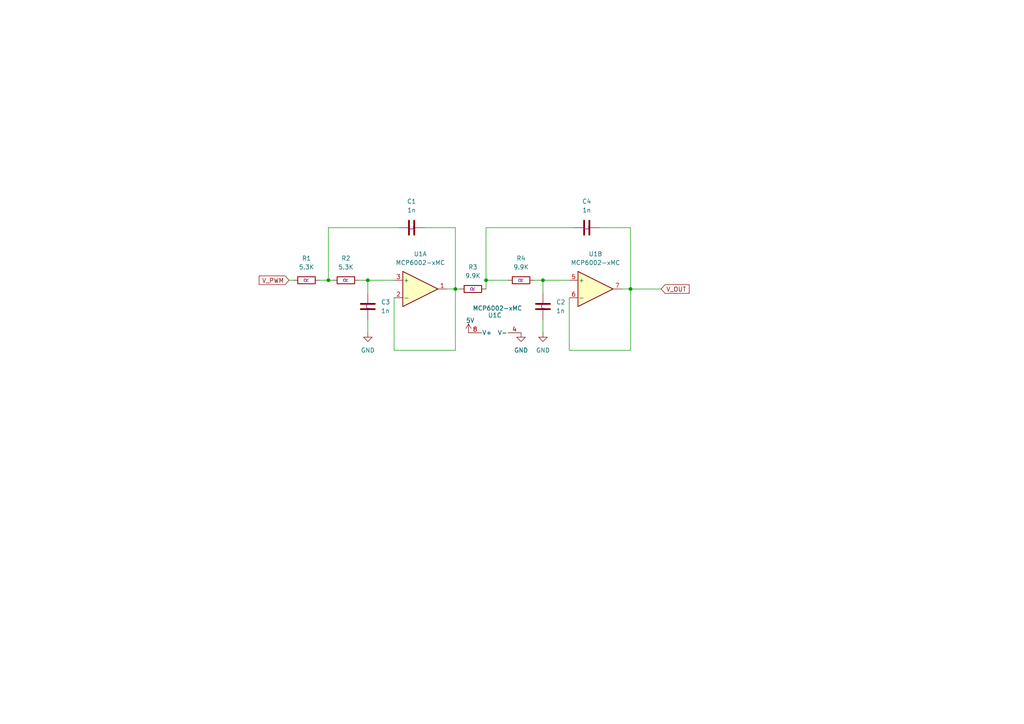
<source format=kicad_sch>
(kicad_sch (version 20250114) (generator "eeschema") (generator_version "9.0")
  (paper "A4")
  (lib_symbols
    (symbol "Amplifier_Operational:MCP6002-xMC" (pin_names (offset 0.127))
      (property "Reference" "U" (at 0 5.08 0))
      (property "Value" "MCP6002-xMC" (at 0 -5.08 0))
      (symbol "MCP6002-xMC_1_1"
        (polyline (pts (xy -5.08 5.08) (xy 5.08 0) (xy -5.08 -5.08) (xy -5.08 5.08)) (stroke (width 0.254)) (fill (type background)))
        (pin input line (at -7.62 2.54 0) (length 2.54) (name "+") (number "3"))
        (pin input line (at -7.62 -2.54 0) (length 2.54) (name "-") (number "2"))
        (pin output line (at 7.62 0 180) (length 2.54) (name "~") (number "1"))
      )
      (symbol "MCP6002-xMC_2_1"
        (polyline (pts (xy -5.08 5.08) (xy 5.08 0) (xy -5.08 -5.08) (xy -5.08 5.08)) (stroke (width 0.254)) (fill (type background)))
        (pin input line (at -7.62 2.54 0) (length 2.54) (name "+") (number "5"))
        (pin input line (at -7.62 -2.54 0) (length 2.54) (name "-") (number "6"))
        (pin output line (at 7.62 0 180) (length 2.54) (name "~") (number "7"))
      )
      (symbol "MCP6002-xMC_3_1"
        (pin power_in line (at -2.54 7.62 270) (length 3.81) (name "V+") (number "8"))
        (pin power_in line (at -2.54 -7.62 90) (length 3.81) (name "V-") (number "4"))
        (pin passive line (at -2.54 -7.62 90) (length 3.81) (hide yes) (name "V-") (number "9"))
      )
    )
    (symbol "Device:C" (pin_numbers (hide yes)) (pin_names (offset 0.254))
      (property "Reference" "C" (at 0.635 2.54 0))
      (property "Value" "C" (at 0.635 -2.54 0))
      (symbol "C_0_1"
        (polyline (pts (xy -2.032 0.762) (xy 2.032 0.762)) (stroke (width 0.508)))
        (polyline (pts (xy -2.032 -0.762) (xy 2.032 -0.762)) (stroke (width 0.508)))
      )
      (symbol "C_1_1"
        (pin passive line (at 0 3.81 270) (length 2.794) (name "~") (number "1"))
        (pin passive line (at 0 -3.81 90) (length 2.794) (name "~") (number "2"))
      )
    )
    (symbol "Device:R" (pin_numbers (hide yes)) (pin_names (offset 0))
      (property "Reference" "R" (at 2.032 0 90))
      (property "Value" "R" (at 0 0 90))
      (symbol "R_0_1"
        (rectangle (start -1.016 -2.54) (end 1.016 2.54) (stroke (width 0.254)))
      )
      (symbol "R_1_1"
        (pin passive line (at 0 3.81 270) (length 1.27) (name "~") (number "1"))
        (pin passive line (at 0 -3.81 90) (length 1.27) (name "~") (number "2"))
      )
    )
    (symbol "power:+3.3V" (power) (pin_numbers (hide yes)) (pin_names (offset 0) (hide yes))
      (property "Value" "+3.3V" (at 0 3.556 0))
      (symbol "+3.3V_0_1"
        (polyline (pts (xy -0.762 1.27) (xy 0 2.54)))
        (polyline (pts (xy 0 2.54) (xy 0.762 1.27)))
        (polyline (pts (xy 0 0) (xy 0 2.54)))
      )
      (symbol "+3.3V_1_1"
        (pin power_in line (at 0 0 90) (length 0) (name "~") (number "1"))
      )
    )
    (symbol "power:GND" (power) (pin_numbers (hide yes)) (pin_names (offset 0) (hide yes))
      (property "Value" "GND" (at 0 -3.81 0))
      (symbol "GND_0_1"
        (polyline (pts (xy 0 0) (xy 0 -1.27) (xy 1.27 -1.27) (xy 0 -2.54) (xy -1.27 -1.27) (xy 0 -1.27)))
      )
      (symbol "GND_1_1"
        (pin power_in line (at 0 0 270) (length 0) (name "~") (number "1"))
      )
    )
  )
  (junction (at 140.97 81.28))
  (junction (at 95.25 81.28))
  (junction (at 157.48 81.28))
  (junction (at 132.08 83.82))
  (junction (at 182.88 83.82))
  (junction (at 106.68 81.28))
  (wire (pts (xy 106.68 92.71) (xy 106.68 96.52)))
  (wire (pts (xy 83.82 81.28) (xy 85.09 81.28)))
  (wire (pts (xy 92.71 81.28) (xy 95.25 81.28)))
  (wire (pts (xy 132.08 66.04) (xy 123.19 66.04)))
  (wire (pts (xy 106.68 81.28) (xy 106.68 85.09)))
  (wire (pts (xy 154.94 81.28) (xy 157.48 81.28)))
  (wire (pts (xy 182.88 83.82) (xy 182.88 66.04)))
  (wire (pts (xy 157.48 81.28) (xy 157.48 85.09)))
  (wire (pts (xy 165.1 101.6) (xy 165.1 86.36)))
  (wire (pts (xy 104.14 81.28) (xy 106.68 81.28)))
  (wire (pts (xy 157.48 81.28) (xy 165.1 81.28)))
  (wire (pts (xy 140.97 81.28) (xy 147.32 81.28)))
  (wire (pts (xy 132.08 83.82) (xy 132.08 101.6)))
  (wire (pts (xy 157.48 92.71) (xy 157.48 96.52)))
  (wire (pts (xy 114.3 101.6) (xy 114.3 86.36)))
  (wire (pts (xy 95.25 66.04) (xy 95.25 81.28)))
  (wire (pts (xy 115.57 66.04) (xy 95.25 66.04)))
  (wire (pts (xy 95.25 81.28) (xy 96.52 81.28)))
  (wire (pts (xy 132.08 83.82) (xy 133.35 83.82)))
  (wire (pts (xy 180.34 83.82) (xy 182.88 83.82)))
  (wire (pts (xy 182.88 101.6) (xy 165.1 101.6)))
  (wire (pts (xy 182.88 83.82) (xy 191.77 83.82)))
  (wire (pts (xy 166.37 66.04) (xy 140.97 66.04)))
  (wire (pts (xy 182.88 66.04) (xy 173.99 66.04)))
  (wire (pts (xy 129.54 83.82) (xy 132.08 83.82)))
  (wire (pts (xy 132.08 101.6) (xy 114.3 101.6)))
  (wire (pts (xy 132.08 83.82) (xy 132.08 66.04)))
  (wire (pts (xy 140.97 66.04) (xy 140.97 81.28)))
  (wire (pts (xy 182.88 83.82) (xy 182.88 101.6)))
  (wire (pts (xy 140.97 81.28) (xy 140.97 83.82)))
  (wire (pts (xy 106.68 81.28) (xy 114.3 81.28)))
  (global_label "V_OUT" (shape input) (at 191.77 83.82 0) (property "Intersheetrefs" "${INTERSHEET_REFS}" (effects (hide yes))))
  (global_label "V_PWM" (shape input) (at 83.82 81.28 180) (property "Intersheetrefs" "${INTERSHEET_REFS}" (effects (hide yes))))
  (symbol (lib_id "Device:C") (at 170.18 66.04 90) (unit 1)
    (property "Reference" "C4" (at 170.18 58.42 90))
    (property "Value" "1n" (at 170.18 60.96 90))
    (property "Description" "Unpolarized capacitor" (effects (hide yes)))
    (property "Sim.Device" "C" (at 170.18 66.04 0))
    (property "Sim.Pins" "1=+ 2=-" (effects (hide yes)))
  )
  (symbol (lib_id "Device:C") (at 157.48 88.9 0) (unit 1)
    (property "Reference" "C2" (at 161.29 87.6299 0) (effects (justify left)))
    (property "Value" "1n" (at 161.29 90.1699 0) (effects (justify left)))
    (property "Description" "Unpolarized capacitor" (effects (hide yes)))
    (property "Sim.Device" "C" (at 157.48 88.9 0))
    (property "Sim.Pins" "1=+ 2=-" (effects (hide yes)))
  )
  (symbol (lib_id "Amplifier_Operational:MCP6002-xMC") (at 143.51 93.98 90) (unit 3)
    (property "Reference" "U1" (at 143.51 91.44 90))
    (property "Value" "MCP6002-xMC" (at 144.272 89.408 90))
    (property "Footprint" "Package_DFN_QFN:DFN-8-1EP_3x2mm_P0.5mm_EP1.75x1.45mm" (effects (hide yes)))
    (property "Datasheet" "http://ww1.microchip.com/downloads/en/DeviceDoc/21733j.pdf" (effects (hide yes)))
    (property "Description" "1MHz, Low-Power Op Amp, DFN-8" (effects (hide yes)))
  )
  (symbol (lib_id "power:GND") (at 151.13 96.52 0) (unit 1)
    (property "Reference" "#PWR05" (effects (hide yes)))
    (property "Value" "GND" (at 151.13 101.6 0))
    (property "Description" "Power symbol creates a global label with name \"GND\" , ground" (effects (hide yes)))
  )
  (symbol (lib_id "Device:R") (at 137.16 83.82 90) (unit 1)
    (property "Reference" "R3" (at 137.16 77.47 90))
    (property "Value" "9.9K" (at 137.16 80.01 90))
    (property "Description" "Resistor" (effects (hide yes)))
    (property "Sim.Device" "R" (at 137.16 83.82 0))
    (property "Sim.Pins" "1=+ 2=-" (effects (hide yes)))
  )
  (symbol (lib_id "Device:C") (at 119.38 66.04 90) (unit 1)
    (property "Reference" "C1" (at 119.38 58.42 90))
    (property "Value" "1n" (at 119.38 60.96 90))
    (property "Description" "Unpolarized capacitor" (effects (hide yes)))
    (property "Sim.Device" "C" (at 119.38 66.04 0))
    (property "Sim.Pins" "1=+ 2=-" (effects (hide yes)))
  )
  (symbol (lib_id "Device:R") (at 100.33 81.28 90) (unit 1)
    (property "Reference" "R2" (at 100.33 74.93 90))
    (property "Value" "5.3K" (at 100.33 77.47 90))
    (property "Description" "Resistor" (effects (hide yes)))
    (property "Sim.Device" "R" (at 100.33 81.28 0))
    (property "Sim.Pins" "1=- 2=+" (effects (hide yes)))
  )
  (symbol (lib_id "Device:R") (at 151.13 81.28 90) (unit 1)
    (property "Reference" "R4" (at 151.13 74.93 90))
    (property "Value" "9.9K" (at 151.13 77.47 90))
    (property "Description" "Resistor" (effects (hide yes)))
    (property "Sim.Device" "R" (at 151.13 81.28 0))
    (property "Sim.Pins" "1=- 2=+" (effects (hide yes)))
  )
  (symbol (lib_id "Device:R") (at 88.9 81.28 90) (unit 1)
    (property "Reference" "R1" (at 88.9 74.93 90))
    (property "Value" "5.3K" (at 88.9 77.47 90))
    (property "Description" "Resistor" (effects (hide yes)))
    (property "Sim.Device" "R" (at 88.9 81.28 0))
    (property "Sim.Pins" "1=+ 2=-" (effects (hide yes)))
  )
  (symbol (lib_id "Device:C") (at 106.68 88.9 0) (unit 1)
    (property "Reference" "C3" (at 110.49 87.6299 0) (effects (justify left)))
    (property "Value" "1n" (at 110.49 90.1699 0) (effects (justify left)))
    (property "Description" "Unpolarized capacitor" (effects (hide yes)))
    (property "Sim.Device" "C" (at 106.68 88.9 0))
    (property "Sim.Pins" "1=+ 2=-" (effects (hide yes)))
  )
  (symbol (lib_id "Amplifier_Operational:MCP6002-xMC") (at 121.92 83.82 0) (unit 1)
    (property "Reference" "U1" (at 121.92 73.66 0))
    (property "Value" "MCP6002-xMC" (at 121.92 76.2 0))
    (property "Footprint" "Package_DFN_QFN:DFN-8-1EP_3x2mm_P0.5mm_EP1.75x1.45mm" (effects (hide yes)))
    (property "Datasheet" "http://ww1.microchip.com/downloads/en/DeviceDoc/21733j.pdf" (effects (hide yes)))
    (property "Description" "1MHz, Low-Power Op Amp, DFN-8" (effects (hide yes)))
  )
  (symbol (lib_id "power:+3.3V") (at 135.89 96.52 0) (unit 1)
    (property "Reference" "#PWR03" (effects (hide yes)))
    (property "Value" "5V" (at 135.128 92.964 0) (effects (justify left)))
    (property "Description" "Power symbol creates a global label with name \"+3.3V\"" (effects (hide yes)))
  )
  (symbol (lib_id "power:GND") (at 157.48 96.52 0) (unit 1)
    (property "Reference" "#PWR01" (effects (hide yes)))
    (property "Value" "GND" (at 157.48 101.6 0))
    (property "Description" "Power symbol creates a global label with name \"GND\" , ground" (effects (hide yes)))
  )
  (symbol (lib_id "Amplifier_Operational:MCP6002-xMC") (at 172.72 83.82 0) (unit 2)
    (property "Reference" "U1" (at 172.72 73.66 0))
    (property "Value" "MCP6002-xMC" (at 172.72 76.2 0))
    (property "Footprint" "Package_DFN_QFN:DFN-8-1EP_3x2mm_P0.5mm_EP1.75x1.45mm" (effects (hide yes)))
    (property "Datasheet" "http://ww1.microchip.com/downloads/en/DeviceDoc/21733j.pdf" (effects (hide yes)))
    (property "Description" "1MHz, Low-Power Op Amp, DFN-8" (effects (hide yes)))
  )
  (symbol (lib_id "power:GND") (at 106.68 96.52 0) (unit 1)
    (property "Reference" "#PWR08" (effects (hide yes)))
    (property "Value" "GND" (at 106.68 101.6 0))
    (property "Description" "Power symbol creates a global label with name \"GND\" , ground" (effects (hide yes)))
  )
)
</source>
